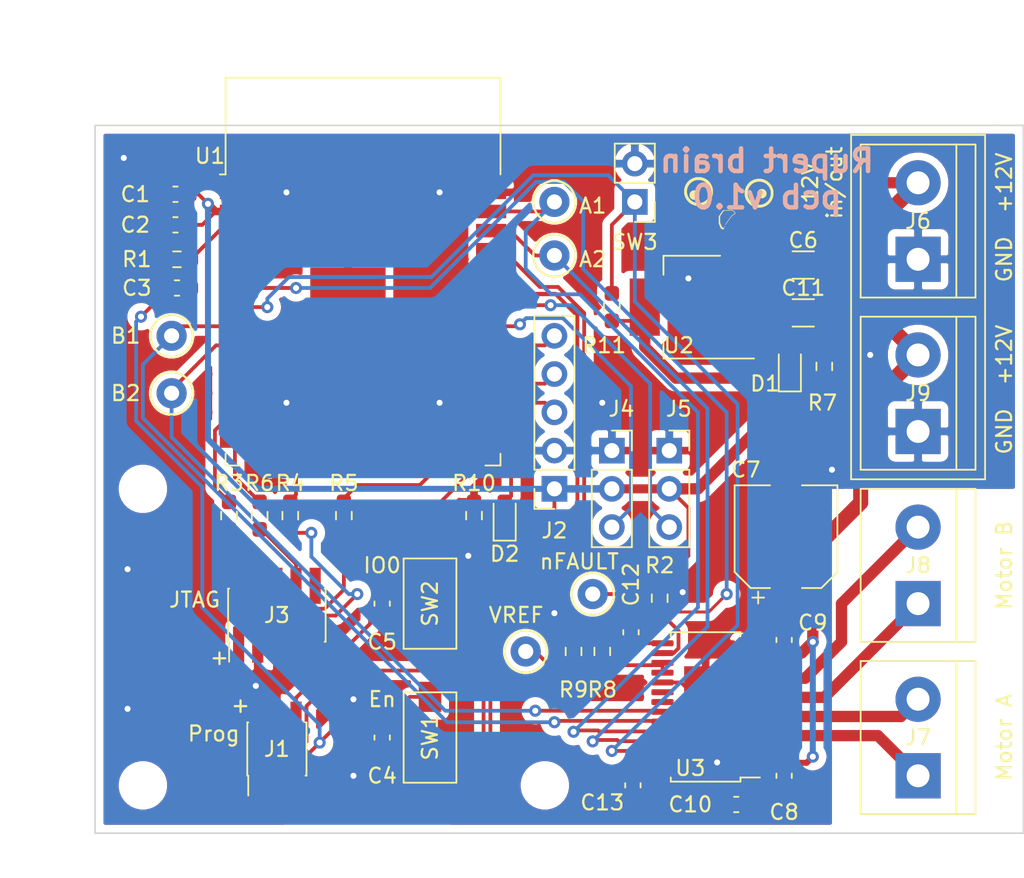
<source format=kicad_pcb>
(kicad_pcb (version 20240108) (generator "pcbnew") (generator_version "8.0")
  (layers (0 "F.Cu" signal) (31 "B.Cu" signal) (34 "B.Paste" user) (35 "F.Paste" user) (36 "B.SilkS" user "B.Silkscreen") (37 "F.SilkS" user "F.Silkscreen") (38 "B.Mask" user) (39 "F.Mask" user) (44 "Edge.Cuts" user))
  (net 0 "")
  (net 1 "GND")
  (net 2 "+3V3")
  (net 3 "EN")
  (net 4 "IO0")
  (net 5 "+12V")
  (net 6 "Net-(C10-Pad1)")
  (net 7 "DVDD")
  (net 8 "Net-(C13-Pad1)")
  (net 9 "Net-(C13-Pad2)")
  (net 10 "Net-(D1-Pad1)")
  (net 11 "LED")
  (net 12 "Net-(D2-Pad1)")
  (net 13 "TX0D")
  (net 14 "RX0D")
  (net 15 "TX2D")
  (net 16 "RX2D")
  (net 17 "HC12_SET")
  (net 18 "Net-(J3-Pad8)")
  (net 19 "Net-(J3-Pad10)")
  (net 20 "PWM1")
  (net 21 "PWM2")
  (net 22 "Net-(J7-Pad1)")
  (net 23 "Net-(J7-Pad2)")
  (net 24 "Net-(J8-Pad2)")
  (net 25 "Net-(J8-Pad1)")
  (net 26 "nFAULT")
  (net 27 "MTMS")
  (net 28 "MTCK")
  (net 29 "MTDO")
  (net 30 "MTDI")
  (net 31 "Net-(R8-Pad2)")
  (net 32 "MOTOR_A_IN1")
  (net 33 "MOTOR_A_IN2")
  (net 34 "MOTOR_B_IN1")
  (net 35 "MOTOR_B_IN2")
  (net 36 "nSLEEP")
  (net 37 "Net-(J3-Pad6)")
  (net 38 "Net-(J3-Pad4)")
  (net 39 "Net-(J3-Pad2)")
  (footprint "Capacitor_SMD:C_0603_1608Metric_Pad1.08x0.95mm_HandSolder" (layer "F.Cu") (at 85.344 57.912 180)
    (property "Reference" "C1")
    (property "Value" "22u")
  )
  (footprint "Capacitor_SMD:C_0603_1608Metric_Pad1.08x0.95mm_HandSolder" (layer "F.Cu") (at 85.344 59.944 180)
    (property "Reference" "C2")
    (property "Value" "0.1u")
  )
  (footprint "Capacitor_SMD:C_0603_1608Metric_Pad1.08x0.95mm_HandSolder" (layer "F.Cu") (at 85.4475 64.135 180)
    (property "Reference" "C3")
    (property "Value" "1u")
  )
  (footprint "Capacitor_SMD:C_0603_1608Metric_Pad1.08x0.95mm_HandSolder" (layer "F.Cu") (at 99.06 85.09 -90)
    (property "Reference" "C5")
    (property "Value" "0.1u")
  )
  (footprint "Capacitor_SMD:C_1206_3216Metric_Pad1.33x1.80mm_HandSolder" (layer "F.Cu") (at 127 62.611)
    (property "Reference" "C6")
    (property "Value" "10u")
  )
  (footprint "Capacitor_SMD:C_0603_1608Metric_Pad1.08x0.95mm_HandSolder" (layer "F.Cu") (at 122.555 98.425)
    (property "Reference" "C10")
    (property "Value" "220n")
  )
  (footprint "Capacitor_SMD:C_1206_3216Metric_Pad1.33x1.80mm_HandSolder" (layer "F.Cu") (at 127 65.786)
    (property "Reference" "C11")
    (property "Value" "10u")
  )
  (footprint "Capacitor_SMD:C_0603_1608Metric_Pad1.08x0.95mm_HandSolder" (layer "F.Cu") (at 115.697 97.155 -90)
    (property "Reference" "C13")
    (property "Value" "22n")
  )
  (footprint "Connector_PinSocket_2.54mm:PinSocket_1x05_P2.54mm_Vertical" (layer "F.Cu") (at 110.49 77.47 180)
    (property "Reference" "J2")
    (property "Value" "Conn_01x05_Female")
  )
  (footprint "Connector_PinSocket_2.54mm:PinSocket_1x03_P2.54mm_Vertical" (layer "F.Cu") (at 114.3 74.93)
    (property "Reference" "J4")
    (property "Value" "Conn_01x03_Male")
  )
  (footprint "TerminalBlock:TerminalBlock_bornier-2_P5.08mm" (layer "F.Cu") (at 134.62 62.23 90)
    (property "Reference" "J6")
    (property "Value" "Screw_Terminal_01x02")
  )
  (footprint "TerminalBlock:TerminalBlock_bornier-2_P5.08mm" (layer "F.Cu") (at 134.62 96.52 90)
    (property "Reference" "J7")
    (property "Value" "Screw_Terminal_01x02")
  )
  (footprint "TerminalBlock:TerminalBlock_bornier-2_P5.08mm" (layer "F.Cu") (at 134.62 85.09 90)
    (property "Reference" "J8")
    (property "Value" "Screw_Terminal_01x02")
  )
  (footprint "Resistor_SMD:R_0603_1608Metric_Pad0.98x0.95mm_HandSolder" (layer "F.Cu") (at 85.4475 62.23 180)
    (property "Reference" "R1")
    (property "Value" "10k")
  )
  (footprint "Resistor_SMD:R_0603_1608Metric_Pad0.98x0.95mm_HandSolder" (layer "F.Cu") (at 92.964 79.248 90)
    (property "Reference" "R4")
    (property "Value" "100")
  )
  (footprint "Resistor_SMD:R_0603_1608Metric_Pad0.98x0.95mm_HandSolder" (layer "F.Cu") (at 96.52 79.248 90)
    (property "Reference" "R5")
    (property "Value" "100")
  )
  (footprint "Resistor_SMD:R_0603_1608Metric_Pad0.98x0.95mm_HandSolder" (layer "F.Cu") (at 128.397 69.342 90)
    (property "Reference" "R7")
    (property "Value" "68")
  )
  (footprint "TestPoint:TestPoint_Keystone_5000-5004_Miniature" (layer "F.Cu") (at 110.49 58.42)
    (property "Reference" "TP2" (hide yes))
    (property "Value" "TestPoint")
  )
  (footprint "TestPoint:TestPoint_Keystone_5000-5004_Miniature" (layer "F.Cu") (at 85.09 71.12)
    (property "Reference" "TP4" (hide yes))
    (property "Value" "TestPoint")
  )
  (footprint "Package_TO_SOT_SMD:SOT-223" (layer "F.Cu") (at 119.634 65.405 180)
    (property "Reference" "U2")
    (property "Value" "LM1117-3.3")
  )
  (footprint "Package_SO:HTSSOP-28-1EP_4.4x9.7mm_P0.65mm_EP2.85x5.4mm" (layer "F.Cu") (at 120.523 91.948 180)
    (property "Reference" "U3")
    (property "Value" "DRV8935")
  )
  (footprint "TerminalBlock:TerminalBlock_bornier-2_P5.08mm" (layer "F.Cu") (at 134.62 73.66 90)
    (property "Reference" "J9")
    (property "Value" "Screw_Terminal_01x02")
  )
  (footprint "TestPoint:TestPoint_Keystone_5000-5004_Miniature" (layer "F.Cu") (at 110.49 61.976)
    (property "Reference" "TP1" (hide yes))
    (property "Value" "TestPoint")
  )
  (footprint "robot-pcb_custom:wurth_tactile_sw" (layer "F.Cu") (at 102.235 85.09 -90)
    (property "Reference" "SW2")
    (property "Value" "SW_Push")
  )
  (footprint "robot-pcb_custom:wurth_tactile_sw" (layer "F.Cu") (at 102.235 93.98 90)
    (property "Reference" "SW1")
    (property "Value" "SW_Push")
  )
  (footprint "LED_SMD:LED_0603_1608Metric_Pad1.05x0.95mm_HandSolder" (layer "F.Cu") (at 126.111 69.342 90)
    (property "Reference" "D1")
    (property "Value" "LED")
  )
  (footprint "TestPoint:TestPoint_Keystone_5000-5004_Miniature" (layer "F.Cu") (at 85.09 67.31)
    (property "Reference" "TP3" (hide yes))
    (property "Value" "TestPoint")
  )
  (footprint "Resistor_SMD:R_0603_1608Metric_Pad0.98x0.95mm_HandSolder" (layer "F.Cu") (at 111.76 88.265 90)
    (property "Reference" "R9")
    (property "Value" "15k")
  )
  (footprint "Resistor_SMD:R_0603_1608Metric_Pad0.98x0.95mm_HandSolder" (layer "F.Cu") (at 113.665 88.265 -90)
    (property "Reference" "R8")
    (property "Value" "10k")
  )
  (footprint "Resistor_SMD:R_0603_1608Metric_Pad0.98x0.95mm_HandSolder" (layer "F.Cu") (at 90.932 79.248 90)
    (property "Reference" "R6")
    (property "Value" "100")
  )
  (footprint "Resistor_SMD:R_0603_1608Metric_Pad0.98x0.95mm_HandSolder" (layer "F.Cu") (at 88.9 79.248 90)
    (property "Reference" "R3")
    (property "Value" "100")
  )
  (footprint "LED_SMD:LED_0603_1608Metric_Pad1.05x0.95mm_HandSolder" (layer "F.Cu") (at 107.188 79.248 90)
    (property "Reference" "D2")
    (property "Value" "LED")
  )
  (footprint "Resistor_SMD:R_0603_1608Metric_Pad0.98x0.95mm_HandSolder" (layer "F.Cu") (at 105.156 79.248 90)
    (property "Reference" "R10")
    (property "Value" "68")
  )
  (footprint "RF_Module:ESP32-WROOM-32" (layer "F.Cu") (at 97.79 66.04)
    (property "Reference" "U1")
    (property "Value" "ESP32-WROOM-32")
  )
  (footprint "Capacitor_SMD:C_0603_1608Metric_Pad1.08x0.95mm_HandSolder" (layer "F.Cu") (at 125.73 87.503 90)
    (property "Reference" "C9")
    (property "Value" "10n")
  )
  (footprint "Capacitor_SMD:CP_Elec_6.3x7.7" (layer "F.Cu") (at 125.857 80.645 90)
    (property "Reference" "C7")
    (property "Value" "100u")
  )
  (footprint "Capacitor_SMD:C_0603_1608Metric_Pad1.08x0.95mm_HandSolder" (layer "F.Cu") (at 125.73 96.52 -90)
    (property "Reference" "C8")
    (property "Value" "10n")
  )
  (footprint "Connector_PinHeader_2.54mm:PinHeader_1x02_P2.54mm_Vertical" (layer "F.Cu") (at 115.824 58.42 180)
    (property "Reference" "SW3")
    (property "Value" "SW_DPST_x2")
  )
  (footprint "Connector_PinSocket_2.54mm:PinSocket_1x03_P2.54mm_Vertical" (layer "F.Cu") (at 118.11 74.93)
    (property "Reference" "J5")
    (property "Value" "Conn_01x03_Male")
  )
  (footprint "Resistor_SMD:R_0603_1608Metric_Pad0.98x0.95mm_HandSolder" (layer "F.Cu") (at 114.3 65.405 90)
    (property "Reference" "R11")
    (property "Value" "10k")
  )
  (footprint "TestPoint:TestPoint_Keystone_5000-5004_Miniature" (layer "F.Cu") (at 108.585 88.265)
    (property "Reference" "TP6" (hide yes))
    (property "Value" "TestPoint")
  )
  (footprint "Resistor_SMD:R_0603_1608Metric_Pad0.98x0.95mm_HandSolder" (layer "F.Cu") (at 117.475 84.7325 -90)
    (property "Reference" "R2")
    (property "Value" "10k")
  )
  (footprint "Capacitor_SMD:C_0603_1608Metric_Pad1.08x0.95mm_HandSolder" (layer "F.Cu") (at 115.57 86.995 90)
    (property "Reference" "C12")
    (property "Value" "470n")
  )
  (footprint "MountingHole:MountingHole_2.2mm_M2" (layer "F.Cu") (at 109.855 97.155)
    (property "Reference" "REF**" (hide yes))
    (property "Value" "MountingHole_2.2mm_M2")
  )
  (footprint "MountingHole:MountingHole_2.2mm_M2" (layer "F.Cu") (at 83.185 97.155)
    (property "Reference" "REF**" (hide yes))
    (property "Value" "MountingHole_2.2mm_M2")
  )
  (footprint "MountingHole:MountingHole_2.2mm_M2" (layer "F.Cu") (at 83.185 77.47)
    (property "Reference" "REF**" (hide yes))
    (property "Value" "MountingHole_2.2mm_M2")
  )
  (footprint "TestPoint:TestPoint_Keystone_5000-5004_Miniature" (layer "F.Cu") (at 113.03 84.455)
    (property "Reference" "TP5" (hide yes))
    (property "Value" "TestPoint")
  )
  (footprint "Capacitor_SMD:C_0603_1608Metric_Pad1.08x0.95mm_HandSolder" (layer "F.Cu") (at 99.06 93.98 -90)
    (property "Reference" "C4")
    (property "Value" "0.1u")
  )
  (footprint "Connector_PinHeader_1.27mm:PinHeader_2x05_P1.27mm_Vertical_SMD" (layer "F.Cu") (at 92.075 85.857 90)
    (property "Reference" "J3")
    (property "Value" "Conn_02x05_Odd_Even")
  )
  (footprint "Connector_PinHeader_1.27mm:PinHeader_2x03_P1.27mm_Vertical_SMD" (layer "F.Cu") (at 92.075 94.742 90)
    (property "Reference" "J1")
    (property "Value" "Conn_02x03_Odd_Even")
  )
  (footprint "robot-pcb_custom:rupert_bitmap_art" (layer "F.Cu") (at 122.682 58.801)
    (property "Reference" "G***" (hide yes))
    (property "Value" "LOGO" (hide yes))
  )
  (gr_line (start 139.065 53.975) (end 130.175 53.975) (stroke (width 0.12)) (layer "F.SilkS"))
  (gr_line (start 130.175 76.835) (end 139.065 76.835) (stroke (width 0.12)) (layer "F.SilkS"))
  (gr_line (start 130.175 53.975) (end 130.175 76.835) (stroke (width 0.12)) (layer "F.SilkS"))
  (gr_line (start 139.065 76.835) (end 139.065 53.975) (stroke (width 0.12)) (layer "F.SilkS"))
  (gr_line (start 141.605 53.34) (end 139.7 53.34) (stroke (width 0.1)) (layer "Edge.Cuts"))
  (gr_line (start 80.01 53.34) (end 139.7 53.34) (stroke (width 0.1)) (layer "Edge.Cuts"))
  (gr_line (start 141.605 100.33) (end 141.605 53.34) (stroke (width 0.1)) (layer "Edge.Cuts"))
  (gr_line (start 139.7 100.33) (end 80.01 100.33) (stroke (width 0.1)) (layer "Edge.Cuts"))
  (gr_line (start 80.01 100.33) (end 80.01 53.34) (stroke (width 0.1)) (layer "Edge.Cuts"))
  (gr_line (start 139.7 100.33) (end 141.605 100.33) (stroke (width 0.1)) (layer "Edge.Cuts"))
  (gr_text "Rupert brain\npcb v1.0" (at 124.587 56.896 0) (layer "B.SilkS") (effects (font (size 1.5 1.5) (thickness 0.3)) (justify mirror)))
  (gr_text "VREF" (at 107.95 85.852 0) (layer "F.SilkS") (effects (font (size 1 1))))
  (gr_text "12V\nin/out" (at 128.27 57.15 90) (layer "F.SilkS") (effects (font (size 1 1))))
  (gr_text "+" (at 89.662 91.821 0) (layer "F.SilkS") (effects (font (size 1 1))))
  (gr_text "B1" (at 82.042 67.31 0) (layer "F.SilkS") (effects (font (size 1 1))))
  (gr_text "Prog" (at 87.884 93.726 0) (layer "F.SilkS") (effects (font (size 1 1))))
  (gr_text "A1" (at 113.03 58.674 0) (layer "F.SilkS") (effects (font (size 1 1))))
  (gr_text "+" (at 88.265 88.646 0) (layer "F.SilkS") (effects (font (size 1 1))))
  (gr_text "GND" (at 140.335 73.66 90) (layer "F.SilkS") (effects (font (size 1 1))))
  (gr_text "Motor B" (at 140.335 82.55 90) (layer "F.SilkS") (effects (font (size 1 1))))
  (gr_text "+12V" (at 140.335 68.58 90) (layer "F.SilkS") (effects (font (size 1 1))))
  (gr_text "GND" (at 140.335 62.23 90) (layer "F.SilkS") (effects (font (size 1 1))))
  (gr_text "IO0" (at 99.06 82.55 0) (layer "F.SilkS") (effects (font (size 1 1))))
  (gr_text "En" (at 99.06 91.44 0) (layer "F.SilkS") (effects (font (size 1 1))))
  (gr_text "JTAG" (at 86.614 84.836 0) (layer "F.SilkS") (effects (font (size 1 1))))
  (gr_text "Motor A" (at 140.335 93.98 90) (layer "F.SilkS") (effects (font (size 1 1))))
  (gr_text "B2" (at 82.042 71.12 0) (layer "F.SilkS") (effects (font (size 1 1))))
  (gr_text "nFAULT" (at 112.141 82.296 0) (layer "F.SilkS") (effects (font (size 1 1))))
  (gr_text "A2" (at 113.03 62.23 0) (layer "F.SilkS") (effects (font (size 1 1))))
  (gr_text "+12V" (at 140.335 57.15 90) (layer "F.SilkS") (effects (font (size 1 1))))
  (segment (start 118.898 90.323) (end 120.523 91.948) (width 0.25) (layer "F.Cu") (net 1))
  (segment (start 123.3855 89.023) (end 122.648 89.023) (width 0.25) (layer "F.Cu") (net 1))
  (segment (start 123.3855 94.873) (end 122.648 94.873) (width 0.25) (layer "F.Cu") (net 1))
  (segment (start 123.3855 87.723) (end 122.648 87.723) (width 0.25) (layer "F.Cu") (net 1))
  (segment (start 122.648 94.873) (end 120.523 92.748) (width 0.25) (layer "F.Cu") (net 1))
  (segment (start 117.6605 90.323) (end 117.628 90.323) (width 0.25) (layer "F.Cu") (net 1))
  (segment (start 120.523 89.848) (end 120.523 91.948) (width 0.25) (layer "F.Cu") (net 1))
  (segment (start 94.615 88.692002) (end 94.615 87.807) (width 0.25) (layer "F.Cu") (net 1))
  (segment (start 122.648 87.723) (end 120.523 89.848) (width 0.25) (layer "F.Cu") (net 1))
  (segment (start 117.6605 90.323) (end 118.898 90.323) (width 0.25) (layer "F.Cu") (net 1))
  (segment (start 120.523 92.748) (end 120.523 91.948) (width 0.25) (layer "F.Cu") (net 1))
  (segment (start 122.648 89.023) (end 120.523 91.148) (width 0.25) (layer "F.Cu") (net 1))
  (segment (start 93.345 86.921998) (end 93.345 87.807) (width 0.25) (layer "F.Cu") (net 1))
  (segment (start 120.523 91.148) (end 120.523 91.948) (width 0.25) (layer "F.Cu") (net 1))
  (via (at 102.87 57.785) (size 0.8) (drill 0.4) (layers "F.Cu" "B.Cu") (net 1))
  (via (at 113.665 71.755) (size 0.8) (drill 0.4) (layers "F.Cu" "B.Cu") (net 1))
  (via (at 82.169 92.075) (size 0.8) (drill 0.4) (layers "F.Cu" "B.Cu") (net 1))
  (via (at 110.49 85.725) (size 0.8) (drill 0.4) (layers "F.Cu" "B.Cu") (net 1))
  (via (at 102.87 71.755) (size 0.8) (drill 0.4) (layers "F.Cu" "B.Cu") (net 1))
  (via (at 131.445 68.58) (size 0.8) (drill 0.4) (layers "F.Cu" "B.Cu") (net 1))
  (via (at 82.169 82.804) (size 0.8) (drill 0.4) (layers "F.Cu" "B.Cu") (net 1))
  (via (at 119.38 63.5) (size 0.8) (drill 0.4) (layers "F.Cu" "B.Cu") (net 1))
  (via (at 92.71 71.755) (size 0.8) (drill 0.4) (layers "F.Cu" "B.Cu") (net 1))
  (via (at 90.678 90.551) (size 0.8) (drill 0.4) (layers "F.Cu" "B.Cu") (net 1))
  (via (at 97.155 91.44) (size 0.8) (drill 0.4) (layers "F.Cu" "B.Cu") (net 1))
  (via (at 118.999 84.328) (size 0.8) (drill 0.4) (layers "F.Cu" "B.Cu") (net 1))
  (via (at 121.285 95.631) (size 0.8) (drill 0.4) (layers "F.Cu" "B.Cu") (net 1))
  (via (at 97.155 96.52) (size 0.8) (drill 0.4) (layers "F.Cu" "B.Cu") (net 1))
  (via (at 92.71 57.785) (size 0.8) (drill 0.4) (layers "F.Cu" "B.Cu") (net 1))
  (via (at 128.905 76.2) (size 0.8) (drill 0.4) (layers "F.Cu" "B.Cu") (net 1))
  (via (at 81.915 55.499) (size 0.8) (drill 0.4) (layers "F.Cu" "B.Cu") (net 1))
  (via (at 104.775 81.915) (size 0.8) (drill 0.4) (layers "F.Cu" "B.Cu") (net 1))
  (segment (start 87.503 58.547) (end 86.868 57.912) (width 0.25) (layer "F.Cu") (net 2))
  (segment (start 119.38 78.74) (end 118.11 77.47) (width 0.25) (layer "F.Cu") (net 2))
  (segment (start 118.547 70.118) (end 124.46 70.118) (width 0.75) (layer "F.Cu") (net 2))
  (segment (start 117.475 83.82) (end 119.38 81.915) (width 0.25) (layer "F.Cu") (net 2))
  (segment (start 89.535 91.522) (end 89.535 87.807) (width 0.25) (layer "F.Cu") (net 2))
  (segment (start 119.38 81.915) (end 119.38 78.74) (width 0.25) (layer "F.Cu") (net 2))
  (segment (start 89.29 59.055) (end 88.011 59.055) (width 0.5) (layer "F.Cu") (net 2))
  (segment (start 93.975001 94.317001) (end 94.040001 94.252001) (width 0.25) (layer "F.Cu") (net 2))
  (segment (start 84.535 61.6155) (end 86.2065 59.944) (width 0.25) (layer "F.Cu") (net 2))
  (segment (start 124.46 70.118) (end 124.46 73.025) (width 0.75) (layer "F.Cu") (net 2))
  (segment (start 114.3 66.3175) (end 115.5715 66.3175) (width 0.25) (layer "F.Cu") (net 2))
  (segment (start 105.029 84.201) (end 105.029 88.646) (width 0.25) (layer "F.Cu") (net 2))
  (segment (start 115.5715 66.3175) (end 116.484 65.405) (width 0.25) (layer "F.Cu") (net 2))
  (segment (start 118.11 77.47) (end 120.015 77.47) (width 0.75) (layer "F.Cu") (net 2))
  (segment (start 90.805 94.242) (end 90.880001 94.317001) (width 0.25) (layer "F.Cu") (net 2))
  (segment (start 110.49 78.74) (end 105.029 84.201) (width 0.25) (layer "F.Cu") (net 2))
  (segment (start 122.784 65.405) (end 125.0565 65.405) (width 1) (layer "F.Cu") (net 2))
  (segment (start 88.011 59.055) (end 87.503 58.547) (width 0.5) (layer "F.Cu") (net 2))
  (segment (start 94.040001 91.887999) (end 96.393 89.535) (width 0.25) (layer "F.Cu") (net 2))
  (segment (start 110.49 77.47) (end 110.49 78.74) (width 0.25) (layer "F.Cu") (net 2))
  (segment (start 84.535 62.23) (end 84.535 61.6155) (width 0.25) (layer "F.Cu") (net 2))
  (segment (start 125.4375 65.786) (end 125.4375 67.7935) (width 0.75) (layer "F.Cu") (net 2))
  (segment (start 116.484 65.405) (end 116.484 68.055) (width 0.75) (layer "F.Cu") (net 2))
  (segment (start 86.2065 59.944) (end 87.122 59.944) (width 0.25) (layer "F.Cu") (net 2))
  (segment (start 94.040001 94.252001) (end 94.040001 91.887999) (width 0.25) (layer "F.Cu") (net 2))
  (segment (start 125.0565 65.405) (end 125.4375 65.786) (width 0.75) (layer "F.Cu") (net 2))
  (segment (start 114.3 77.47) (end 118.11 77.47) (width 0.6) (layer "F.Cu") (net 2))
  (segment (start 125.4375 67.7935) (end 126.111 68.467) (width 0.75) (layer "F.Cu") (net 2))
  (segment (start 90.805 92.792) (end 90.805 94.242) (width 0.25) (layer "F.Cu") (net 2))
  (segment (start 116.484 66.954) (end 116.484 65.405) (width 1) (layer "F.Cu") (net 2))
  (segment (start 105.029 88.646) (end 104.14 89.535) (width 0.25) (layer "F.Cu") (net 2))
  (segment (start 104.14 89.535) (end 96.393 89.535) (width 0.25) (layer "F.Cu") (net 2))
  (segment (start 90.880001 94.317001) (end 93.975001 94.317001) (width 0.25) (layer "F.Cu") (net 2))
  (segment (start 90.805 92.792) (end 89.535 91.522) (width 0.25) (layer "F.Cu") (net 2))
  (segment (start 124.46 70.118) (end 126.111 68.467) (width 0.75) (layer "F.Cu") (net 2))
  (segment (start 116.484 68.055) (end 118.547 70.118) (width 0.75) (layer "F.Cu") (net 2))
  (segment (start 87.122 59.944) (end 88.011 59.055) (width 0.25) (layer "F.Cu") (net 2))
  (segment (start 86.868 57.912) (end 86.2065 57.912) (width 0.25) (layer "F.Cu") (net 2))
  (segment (start 120.015 77.47) (end 124.46 73.025) (width 0.75) (layer "F.Cu") (net 2))
  (via (at 87.503 58.547) (size 0.8) (drill 0.4) (layers "F.Cu" "B.Cu") (net 2))
  (segment (start 87.503 74.168) (end 90.805 77.47) (width 0.4) (layer "B.Cu") (net 2))
  (segment (start 114.3 77.47) (end 110.49 77.47) (width 0.5) (layer "B.Cu") (net 2))
  (segment (start 96.52 77.47) (end 110.49 77.47) (width 0.4) (layer "B.Cu") (net 2))
  (segment (start 87.503 58.547) (end 87.503 74.168) (width 0.4) (layer "B.Cu") (net 2))
  (segment (start 90.805 77.47) (end 96.52 77.47) (width 0.4) (layer "B.Cu") (net 2))
  (segment (start 83.058 66.04) (end 84.16299 64.93501) (width 0.25) (layer "F.Cu") (net 3))
  (segment (start 100.8975 91.28) (end 99.06 93.1175) (width 0.25) (layer "F.Cu") (net 3))
  (segment (start 85.50999 64.93501) (end 86.31 64.135) (width 0.25) (layer "F.Cu") (net 3))
  (segment (start 91.444999 95.166999) (end 90.805 95.806998) (width 0.25) (layer "F.Cu") (net 3))
  (segment (start 86.36 62.23) (end 88.265 60.325) (width 0.25) (layer "F.Cu") (net 3))
  (segment (start 102.235 91.28) (end 100.8975 91.28) (width 0.25) (layer "F.Cu") (net 3))
  (segment (start 90.805 95.806998) (end 90.805 96.692) (width 0.25) (layer "F.Cu") (net 3))
  (segment (start 96.1125 93.1175) (end 94.912999 94.317001) (width 0.25) (layer "F.Cu") (net 3))
  (segment (start 86.36 64.085) (end 86.31 64.135) (width 0.25) (layer "F.Cu") (net 3))
  (segment (start 86.389 61.976) (end 86.2065 61.976) (width 0.25) (layer "F.Cu") (net 3))
  (segment (start 84.16299 64.93501) (end 85.50999 64.93501) (width 0.25) (layer "F.Cu") (net 3))
  (segment (start 94.063001 95.166999) (end 91.444999 95.166999) (width 0.25) (layer "F.Cu") (net 3))
  (segment (start 86.36 62.23) (end 86.36 64.085) (width 0.25) (layer "F.Cu") (net 3))
  (segment (start 99.06 93.1175) (end 96.1125 93.1175) (width 0.25) (layer "F.Cu") (net 3))
  (segment (start 94.912999 94.317001) (end 94.063001 95.166999) (width 0.25) (layer "F.Cu") (net 3))
  (segment (start 88.265 60.325) (end 89.29 60.325) (width 0.25) (layer "F.Cu") (net 3))
  (via (at 83.058 66.04) (size 0.8) (drill 0.4) (layers "F.Cu" "B.Cu") (net 3))
  (via (at 94.912999 94.317001) (size 0.8) (drill 0.4) (layers "F.Cu" "B.Cu") (net 3))
  (segment (start 94.912999 93.134999) (end 94.912999 94.317001) (width 0.25) (layer "B.Cu") (net 3))
  (segment (start 87.122 77.34723) (end 87.122 85.344) (width 0.25) (layer "B.Cu") (net 3))
  (segment (start 82.734988 72.960218) (end 87.122 77.34723) (width 0.25) (layer "B.Cu") (net 3))
  (segment (start 82.734988 66.363013) (end 82.734988 72.960218) (width 0.25) (layer "B.Cu") (net 3))
  (segment (start 83.058 66.04) (end 82.734988 66.363013) (width 0.25) (layer "B.Cu") (net 3))
  (segment (start 87.122 85.344) (end 94.912999 93.134999) (width 0.25) (layer "B.Cu") (net 3))
  (segment (start 102.235 82.39) (end 102.235 79.05) (width 0.25) (layer "F.Cu") (net 4))
  (segment (start 102.235 79.05) (end 106.29 74.995) (width 0.25) (layer "F.Cu") (net 4))
  (segment (start 93.345 91.342) (end 98.25999 86.42701) (width 0.25) (layer "F.Cu") (net 4))
  (segment (start 100.8975 82.39) (end 99.06 84.2275) (width 0.25) (layer "F.Cu") (net 4))
  (segment (start 106.29 74.995) (end 106.29 74.295) (width 0.25) (layer "F.Cu") (net 4))
  (segment (start 93.345 92.792) (end 93.345 91.342) (width 0.25) (layer "F.Cu") (net 4))
  (segment (start 102.235 82.39) (end 100.8975 82.39) (width 0.25) (layer "F.Cu") (net 4))
  (segment (start 98.25999 85.02751) (end 99.06 84.2275) (width 0.25) (layer "F.Cu") (net 4))
  (segment (start 98.25999 86.42701) (end 98.25999 85.02751) (width 0.25) (layer "F.Cu") (net 4))
  (segment (start 127.635 87.63) (end 127.635 85.123) (width 0.75) (layer "F.Cu") (net 5))
  (segment (start 129.54 57.15) (end 134.62 57.15) (width 0.75) (layer "F.Cu") (net 5))
  (segment (start 134.62 68.58) (end 131.445 65.405) (width 1) (layer "F.Cu") (net 5))
  (segment (start 125.7225 88.373) (end 125.73 88.3655) (width 0.25) (layer "F.Cu") (net 5))
  (segment (start 124.123 95.523) (end 124.44801 95.84801) (width 0.25) (layer "F.Cu") (net 5))
  (segment (start 125.5955 95.523) (end 123.3855 95.523) (width 0.4) (layer "F.Cu") (net 5))
  (segment (start 124.44801 95.84801) (end 124.44801 97.39449) (width 0.25) (layer "F.Cu") (net 5))
  (segment (start 124.44801 95.84801) (end 124.44801 96.22751) (width 0.25) (layer "F.Cu") (net 5))
  (segment (start 124.44801 97.39449) (end 123.4175 98.425) (width 0.25) (layer "F.Cu") (net 5))
  (segment (start 127.2275 95.6575) (end 127.635 95.25) (width 0.4) (layer "F.Cu") (net 5))
  (segment (start 127.635 87.63) (end 127.635 87.63) (width 0.75) (layer "F.Cu") (net 5))
  (segment (start 125.73 88.3655) (end 126.8995 88.3655) (width 0.75) (layer "F.Cu") (net 5))
  (segment (start 122.784 63.105) (end 124.9435 63.105) (width 1) (layer "F.Cu") (net 5))
  (segment (start 125.73 95.6575) (end 127.2275 95.6575) (width 0.4) (layer "F.Cu") (net 5))
  (segment (start 131.445 65.405) (end 131.445 60.325) (width 1) (layer "F.Cu") (net 5))
  (segment (start 130.81 72.39) (end 130.81 78.392) (width 1) (layer "F.Cu") (net 5))
  (segment (start 134.62 68.58) (end 130.81 72.39) (width 1) (layer "F.Cu") (net 5))
  (segment (start 126.8995 88.3655) (end 127.635 87.63) (width 0.75) (layer "F.Cu") (net 5))
  (segment (start 124.9435 63.105) (end 125.4375 62.611) (width 0.75) (layer "F.Cu") (net 5))
  (segment (start 133.985 57.785) (end 134.62 57.15) (width 1) (layer "F.Cu") (net 5))
  (segment (start 127.635 85.123) (end 125.857 83.345) (width 0.75) (layer "F.Cu") (net 5))
  (segment (start 125.4375 61.2525) (end 129.54 57.15) (width 0.75) (layer "F.Cu") (net 5))
  (segment (start 123.3855 95.523) (end 124.123 95.523) (width 0.25) (layer "F.Cu") (net 5))
  (segment (start 125.73 95.6575) (end 125.5955 95.523) (width 0.25) (layer "F.Cu") (net 5))
  (segment (start 130.81 78.392) (end 125.857 83.345) (width 1) (layer "F.Cu") (net 5))
  (segment (start 131.445 60.325) (end 134.62 57.15) (width 1) (layer "F.Cu") (net 5))
  (segment (start 125.4375 62.611) (end 125.4375 61.2525) (width 0.75) (layer "F.Cu") (net 5))
  (segment (start 123.3855 88.373) (end 125.7225 88.373) (width 0.4) (layer "F.Cu") (net 5))
  (via (at 127.635 95.25) (size 0.8) (drill 0.4) (layers "F.Cu" "B.Cu") (net 5))
  (via (at 127.635 87.63) (size 0.8) (drill 0.4) (layers "F.Cu" "B.Cu") (net 5))
  (segment (start 127.635 95.25) (end 127.635 87.63) (width 0.4) (layer "B.Cu") (net 5))
  (segment (start 121.6925 98.425) (end 121.6925 97.866) (width 0.25) (layer "F.Cu") (net 6))
  (segment (start 121.6925 97.866) (end 123.3855 96.173) (width 0.25) (layer "F.Cu") (net 6))
  (segment (start 115.7045 87.723) (end 115.57 87.8575) (width 0.25) (layer "F.Cu") (net 7))
  (segment (start 113.665 87.3525) (end 115.065 87.3525) (width 0.25) (layer "F.Cu") (net 7))
  (segment (start 113.795 87.2225) (end 113.665 87.3525) (width 0.25) (layer "F.Cu") (net 7))
  (segment (start 117.6605 87.723) (end 115.7045 87.723) (width 0.25) (layer "F.Cu") (net 7))
  (segment (start 115.065 87.3525) (end 115.57 87.8575) (width 0.25) (layer "F.Cu") (net 7))
  (segment (start 117.6605 95.523) (end 116.4665 95.523) (width 0.4) (layer "F.Cu") (net 8))
  (segment (start 116.4665 95.523) (end 115.697 96.2925) (width 0.4) (layer "F.Cu") (net 8))
  (segment (start 117.6605 96.173) (end 115.816 98.0175) (width 0.4) (layer "F.Cu") (net 9))
  (segment (start 115.816 98.0175) (end 115.697 98.0175) (width 0.4) (layer "F.Cu") (net 9))
  (segment (start 126.111 70.217) (end 128.3595 70.217) (width 0.25) (layer "F.Cu") (net 10))
  (segment (start 128.3595 70.217) (end 128.397 70.2545) (width 0.25) (layer "F.Cu") (net 10))
  (segment (start 107.055002 73.025) (end 107.615001 73.584999) (width 0.25) (layer "F.Cu") (net 11))
  (segment (start 106.29 73.025) (end 107.055002 73.025) (width 0.25) (layer "F.Cu") (net 11))
  (segment (start 107.615001 73.584999) (end 107.615001 77.945999) (width 0.25) (layer "F.Cu") (net 11))
  (segment (start 107.615001 77.945999) (end 107.188 78.373) (width 0.25) (layer "F.Cu") (net 11))
  (segment (start 107.188 80.123) (end 105.1935 80.123) (width 0.25) (layer "F.Cu") (net 12))
  (segment (start 105.1935 80.123) (end 105.156 80.1605) (width 0.25) (layer "F.Cu") (net 12))
  (segment (start 106.24101 84.8954) (end 112.46401 78.6724) (width 0.25) (layer "F.Cu") (net 13))
  (segment (start 103.157888 99.06) (end 106.24101 95.976878) (width 0.25) (layer "F.Cu") (net 13))
  (segment (start 106.24101 95.976878) (end 106.24101 84.8954) (width 0.25) (layer "F.Cu") (net 13))
  (segment (start 92.075 98.142) (end 92.993 99.06) (width 0.25) (layer "F.Cu") (net 13))
  (segment (start 112.46401 78.6724) (end 112.464009 65.796597) (width 0.25) (layer "F.Cu") (net 13))
  (segment (start 109.525992 64.06599) (end 107.055002 61.595) (width 0.25) (layer "F.Cu") (net 13))
  (segment (start 92.993 99.06) (end 103.157888 99.06) (width 0.25) (layer "F.Cu") (net 13))
  (segment (start 107.055002 61.595) (end 106.29 61.595) (width 0.25) (layer "F.Cu") (net 13))
  (segment (start 110.733402 64.06599) (end 109.525992 64.06599) (width 0.25) (layer "F.Cu") (net 13))
  (segment (start 112.464009 65.796597) (end 110.733402 64.06599) (width 0.25) (layer "F.Cu") (net 13))
  (segment (start 92.075 96.692) (end 92.075 98.142) (width 0.25) (layer "F.Cu") (net 13))
  (segment (start 105.791 95.790478) (end 103.029478 98.552) (width 0.25) (layer "F.Cu") (net 14))
  (segment (start 107.055002 62.865) (end 108.743001 64.552999) (width 0.25) (layer "F.Cu") (net 14))
  (segment (start 111.665001 65.633999) (end 110.547002 64.516) (width 0.25) (layer "F.Cu") (net 14))
  (segment (start 108.706002 64.516) (end 107.055002 62.865) (width 0.25) (layer "F.Cu") (net 14))
  (segment (start 100.711 98.552) (end 100.457 98.552) (width 0.25) (layer "F.Cu") (net 14))
  (segment (start 110.547002 64.516) (end 108.706002 64.516) (width 0.25) (layer "F.Cu") (net 14))
  (segment (start 93.345 96.692) (end 95.205 98.552) (width 0.25) (layer "F.Cu") (net 14))
  (segment (start 108.743001 64.552999) (end 110.584001 64.552999) (width 0.25) (layer "F.Cu") (net 14))
  (segment (start 105.791 84.709) (end 105.791 95.790478) (width 0.25) (layer "F.Cu") (net 14))
  (segment (start 103.029478 98.552) (end 100.711 98.552) (width 0.25) (layer "F.Cu") (net 14))
  (segment (start 112.014 78.486) (end 105.791 84.709) (width 0.25) (layer "F.Cu") (net 14))
  (segment (start 95.205 98.552) (end 100.711 98.552) (width 0.25) (layer "F.Cu") (net 14))
  (segment (start 107.061 62.865) (end 108.712 64.516) (width 0.25) (layer "F.Cu") (net 14))
  (segment (start 110.584001 64.552999) (end 112.014 65.982998) (width 0.25) (layer "F.Cu") (net 14))
  (segment (start 112.014 65.982998) (end 112.014 78.486) (width 0.25) (layer "F.Cu") (net 14))
  (segment (start 107.055002 62.865) (end 106.29 62.865) (width 0.25) (layer "F.Cu") (net 14))
  (segment (start 106.29 62.865) (end 107.061 62.865) (width 0.25) (layer "F.Cu") (net 14))
  (segment (start 106.29 71.755) (end 109.855 71.755) (width 0.25) (layer "F.Cu") (net 15))
  (segment (start 109.855 71.755) (end 110.49 72.39) (width 0.25) (layer "F.Cu") (net 15))
  (segment (start 109.855 70.485) (end 110.49 69.85) (width 0.25) (layer "F.Cu") (net 16))
  (segment (start 106.29 70.485) (end 109.855 70.485) (width 0.25) (layer "F.Cu") (net 16))
  (segment (start 109.855 67.945) (end 110.49 67.31) (width 0.25) (layer "F.Cu") (net 17))
  (segment (start 106.29 67.945) (end 109.855 67.945) (width 0.25) (layer "F.Cu") (net 17))
  (segment (start 91.0485 80.1605) (end 90.932 80.1605) (width 0.25) (layer "F.Cu") (net 18))
  (segment (start 93.345 82.457) (end 91.0485 80.1605) (width 0.25) (layer "F.Cu") (net 18))
  (segment (start 93.345 83.907) (end 93.345 82.457) (width 0.25) (layer "F.Cu") (net 18))
  (segment (start 108.077 66.675) (end 108.204 66.548) (width 0.25) (layer "F.Cu") (net 20))
  (segment (start 106.29 66.675) (end 108.077 66.675) (width 0.25) (layer "F.Cu") (net 20))
  (via (at 108.204 66.548) (size 0.8) (drill 0.4) (layers "F.Cu" "B.Cu") (net 20))
  (segment (start 115.57 70.650998) (end 115.57 78.74) (width 0.25) (layer "B.Cu") (net 20))
  (segment (start 115.57 78.74) (end 114.3 80.01) (width 0.25) (layer "B.Cu") (net 20))
  (segment (start 108.617001 66.134999) (end 111.054001 66.134999) (width 0.25) (layer "B.Cu") (net 20))
  (segment (start 108.204 66.548) (end 108.617001 66.134999) (width 0.25) (layer "B.Cu") (net 20))
  (segment (start 111.054001 66.134999) (end 115.57 70.650998) (width 0.25) (layer "B.Cu") (net 20))
  (segment (start 108.198002 65.278) (end 107.055002 64.135) (width 0.25) (layer "F.Cu") (net 21))
  (segment (start 110.236 65.278) (end 108.198002 65.278) (width 0.25) (layer "F.Cu") (net 21))
  (segment (start 107.055002 64.135) (end 106.29 64.135) (width 0.25) (layer "F.Cu") (net 21))
  (via (at 110.236 65.278) (size 0.8) (drill 0.4) (layers "F.Cu" "B.Cu") (net 21))
  (segment (start 118.11 80.01) (end 116.84 78.74) (width 0.25) (layer "B.Cu") (net 21))
  (segment (start 116.84 78.74) (end 116.84 70.485) (width 0.25) (layer "B.Cu") (net 21))
  (segment (start 111.633 65.278) (end 110.236 65.278) (width 0.25) (layer "B.Cu") (net 21))
  (segment (start 116.84 70.485) (end 111.633 65.278) (width 0.25) (layer "B.Cu") (net 21))
  (segment (start 123.3855 93.573) (end 123.6655 93.853) (width 0.25) (layer "F.Cu") (net 22))
  (segment (start 123.3855 93.573) (end 123.3855 94.223) (width 0.25) (layer "F.Cu") (net 22))
  (segment (start 131.953 93.853) (end 123.698 93.853) (width 0.75) (layer "F.Cu") (net 22))
  (segment (start 134.62 96.52) (end 131.953 93.853) (width 0.75) (layer "F.Cu") (net 22))
  (segment (start 123.6655 93.853) (end 123.698 93.853) (width 0.25) (layer "F.Cu") (net 22))
  (segment (start 133.477 92.583) (end 123.825 92.583) (width 0.75) (layer "F.Cu") (net 23))
  (segment (start 134.62 91.44) (end 133.477 92.583) (width 0.75) (layer "F.Cu") (net 23))
  (segment (start 123.3855 92.273) (end 123.3855 92.923) (width 0.25) (layer "F.Cu") (net 23))
  (segment (start 134.62 91.44) (end 134.366 91.44) (width 0.75) (layer "F.Cu") (net 23))
  (segment (start 134.62 91.44) (end 133.858 92.202) (width 0.75) (layer "F.Cu") (net 23))
  (segment (start 133.858 92.202) (end 133.477 92.583) (width 0.75) (layer "F.Cu") (net 23))
  (segment (start 123.3855 92.273) (end 123.6955 92.583) (width 0.25) (layer "F.Cu") (net 23))
  (segment (start 123.6955 92.583) (end 123.825 92.583) (width 0.25) (layer "F.Cu") (net 23))
  (segment (start 123.698 89.9855) (end 123.698 90.043) (width 0.25) (layer "F.Cu") (net 24))
  (segment (start 129.54 87.63) (end 129.54 85.09) (width 0.75) (layer "F.Cu") (net 24))
  (segment (start 127.127 90.043) (end 129.54 87.63) (width 0.75) (layer "F.Cu") (net 24))
  (segment (start 123.3855 90.323) (end 123.3855 89.673) (width 0.25) (layer "F.Cu") (net 24))
  (segment (start 123.3855 89.673) (end 123.698 89.9855) (width 0.25) (layer "F.Cu") (net 24))
  (segment (start 134.62 80.01) (end 134.62 80.264) (width 0.75) (layer "F.Cu") (net 24))
  (segment (start 123.698 90.043) (end 127.127 90.043) (width 0.75) (layer "F.Cu") (net 24))
  (segment (start 129.54 85.09) (end 134.62 80.01) (width 0.75) (layer "F.Cu") (net 24))
  (segment (start 123.3855 91.623) (end 123.3855 90.973) (width 0.25) (layer "F.Cu") (net 25))
  (segment (start 123.6955 91.313) (end 123.698 91.313) (width 0.25) (layer "F.Cu") (net 25))
  (segment (start 134.62 85.09) (end 128.397 91.313) (width 0.75) (layer "F.Cu") (net 25))
  (segment (start 128.397 91.313) (end 123.698 91.313) (width 0.75) (layer "F.Cu") (net 25))
  (segment (start 123.3855 91.623) (end 123.6955 91.313) (width 0.25) (layer "F.Cu") (net 25))
  (segment (start 113.03 84.455) (end 116.285 84.455) (width 0.25) (layer "F.Cu") (net 26))
  (segment (start 118.72301 88.04799) (end 118.398 88.373) (width 0.25) (layer "F.Cu") (net 26))
  (segment (start 118.398 88.373) (end 117.6605 88.373) (width 0.25) (layer "F.Cu") (net 26))
  (segment (start 120.73 85.645) (end 121.92 84.455) (width 0.2) (layer "F.Cu") (net 26))
  (segment (start 117.475 85.645) (end 118.72301 86.89301) (width 0.25) (layer "F.Cu") (net 26))
  (segment (start 93.345 64.135) (end 89.29 64.135) (width 0.25) (layer "F.Cu") (net 26))
  (segment (start 116.285 84.455) (end 117.475 85.645) (width 0.25) (layer "F.Cu") (net 26))
  (segment (start 118.72301 86.89301) (end 118.72301 88.04799) (width 0.25) (layer "F.Cu") (net 26))
  (segment (start 91.44 64.135) (end 89.29 64.135) (width 0.2) (layer "F.Cu") (net 26))
  (segment (start 117.475 85.645) (end 120.73 85.645) (width 0.2) (layer "F.Cu") (net 26))
  (segment (start 89.29 64.135) (end 92.71 64.135) (width 0.25) (layer "F.Cu") (net 26))
  (via (at 121.92 84.455) (size 0.8) (drill 0.4) (layers "F.Cu" "B.Cu") (net 26))
  (via (at 93.345 64.135) (size 0.8) (drill 0.4) (layers "F.Cu" "B.Cu") (net 26))
  (segment (start 93.345 64.135) (end 102.235 64.135) (width 0.25) (layer "B.Cu") (net 26))
  (segment (start 111.126001 57.094999) (end 112.395 58.363998) (width 0.25) (layer "B.Cu") (net 26))
  (segment (start 102.235 64.135) (end 109.275001 57.094999) (width 0.25) (layer "B.Cu") (net 26))
  (segment (start 112.395 62.865) (end 112.395 58.42) (width 0.25) (layer "B.Cu") (net 26))
  (segment (start 121.92 72.39) (end 112.395 62.865) (width 0.25) (layer "B.Cu") (net 26))
  (segment (start 109.275001 57.094999) (end 111.126001 57.094999) (width 0.25) (layer "B.Cu") (net 26))
  (segment (start 121.92 84.455) (end 121.92 72.39) (width 0.25) (layer "B.Cu") (net 26))
  (segment (start 87.964999 77.400499) (end 88.9 78.3355) (width 0.25) (layer "F.Cu") (net 27))
  (segment (start 89.29 73.025) (end 88.524998 73.025) (width 0.25) (layer "F.Cu") (net 27))
  (segment (start 88.524998 73.025) (end 87.964999 73.584999) (width 0.25) (layer "F.Cu") (net 27))
  (segment (start 87.964999 73.584999) (end 87.964999 77.400499) (width 0.25) (layer "F.Cu") (net 27))
  (segment (start 93.345 77.851) (end 93.345 75.295) (width 0.25) (layer "F.Cu") (net 28))
  (segment (start 92.964 78.232) (end 93.345 77.851) (width 0.25) (layer "F.Cu") (net 28))
  (segment (start 92.964 78.3355) (end 92.964 78.232) (width 0.25) (layer "F.Cu") (net 28))
  (segment (start 97.409 77.216) (end 101.564 77.216) (width 0.25) (layer "F.Cu") (net 29))
  (segment (start 101.564 77.216) (end 102.235 76.545) (width 0.25) (layer "F.Cu") (net 29))
  (segment (start 102.235 76.545) (end 102.235 75.295) (width 0.25) (layer "F.Cu") (net 29))
  (segment (start 96.52 78.3355) (end 96.52 78.105) (width 0.25) (layer "F.Cu") (net 29))
  (segment (start 102.235 76.060002) (end 102.235 75.295) (width 0.25) (layer "F.Cu") (net 29))
  (segment (start 96.52 78.105) (end 97.409 77.216) (width 0.25) (layer "F.Cu") (net 29))
  (segment (start 89.29 74.295) (end 89.29 76.6935) (width 0.25) (layer "F.Cu") (net 30))
  (segment (start 89.29 76.6935) (end 90.932 78.3355) (width 0.25) (layer "F.Cu") (net 30))
  (segment (start 117.506 89.1775) (end 117.6605 89.023) (width 0.25) (layer "F.Cu") (net 31))
  (segment (start 110.1325 89.1775) (end 109.22 88.265) (width 0.25) (layer "F.Cu") (net 31))
  (segment (start 113.665 89.1775) (end 117.506 89.1775) (width 0.25) (layer "F.Cu") (net 31))
  (segment (start 111.76 89.1775) (end 110.1325 89.1775) (width 0.25) (layer "F.Cu") (net 31))
  (segment (start 111.76 89.1775) (end 113.665 89.1775) (width 0.25) (layer "F.Cu") (net 31))
  (segment (start 117.6605 89.673) (end 117.6605 89.023) (width 0.25) (layer "F.Cu") (net 31))
  (segment (start 114.648001 94.143999) (end 113.120001 94.143999) (width 0.25) (layer "F.Cu") (net 32))
  (segment (start 106.29 60.325) (end 107.54 60.325) (width 0.25) (layer "F.Cu") (net 32))
  (segment (start 109.191 61.976) (end 110.49 61.976) (width 0.25) (layer "F.Cu") (net 32))
  (segment (start 117.6605 94.223) (end 114.727002 94.223) (width 0.25) (layer "F.Cu") (net 32))
  (segment (start 107.54 60.325) (end 109.191 61.976) (width 0.25) (layer "F.Cu") (net 32))
  (segment (start 114.727002 94.223) (end 114.648001 94.143999) (width 0.25) (layer "F.Cu") (net 32))
  (segment (start 117.613 94.223) (end 117.602 94.234) (width 0.25) (layer "F.Cu") (net 32))
  (segment (start 113.120001 94.143999) (end 113.03 94.234) (width 0.25) (layer "F.Cu") (net 32))
  (segment (start 117.6605 94.223) (end 117.613 94.223) (width 0.25) (layer "F.Cu") (net 32))
  (via (at 113.03 94.234) (size 0.8) (drill 0.4) (layers "F.Cu" "B.Cu") (net 32))
  (segment (start 120.65 86.614) (end 120.65 72.136) (width 0.25) (layer "B.Cu") (net 32))
  (segment (start 120.65 72.136) (end 120.142 71.628) (width 0.25) (layer "B.Cu") (net 32))
  (segment (start 113.03 94.234) (end 120.65 86.614) (width 0.25) (layer "B.Cu") (net 32))
  (segment (start 120.142 71.628) (end 110.49 61.976) (width 0.25) (layer "B.Cu") (net 32))
  (segment (start 120.465009 71.951009) (end 120.142 71.628) (width 0.25) (layer "B.Cu") (net 32))
  (segment (start 113.442002 93.573) (end 113.378001 93.508999) (width 0.25) (layer "F.Cu") (net 33))
  (segment (start 111.850001 93.508999) (end 111.76 93.599) (width 0.25) (layer "F.Cu") (net 33))
  (segment (start 117.596499 93.508999) (end 117.6605 93.573) (width 0.25) (layer "F.Cu") (net 33))
  (segment (start 113.378001 93.508999) (end 111.850001 93.508999) (width 0.25) (layer "F.Cu") (net 33))
  (segment (start 106.29 59.055) (end 109.855 59.055) (width 0.25) (layer "F.Cu") (net 33))
  (segment (start 117.6605 93.573) (end 113.442002 93.573) (width 0.25) (layer "F.Cu") (net 33))
  (segment (start 117.621499 93.533999) (end 117.6605 93.573) (width 0.2) (layer "F.Cu") (net 33))
  (segment (start 109.855 59.055) (end 110.49 58.42) (width 0.25) (layer "F.Cu") (net 33))
  (via (at 111.76 93.599) (size 0.8) (drill 0.4) (layers "F.Cu" "B.Cu") (net 33))
  (segment (start 111.76 93.599) (end 119.38 85.979) (width 0.25) (layer "B.Cu") (net 33))
  (segment (start 120.015 85.344) (end 119.38 85.979) (width 0.25) (layer "B.Cu") (net 33))
  (segment (start 112.177999 64.552999) (end 120.015 72.39) (width 0.25) (layer "B.Cu") (net 33))
  (segment (start 110.272999 64.552999) (end 112.177999 64.552999) (width 0.25) (layer "B.Cu") (net 33))
  (segment (start 108.585 60.325) (end 108.585 62.865) (width 0.25) (layer "B.Cu") (net 33))
  (segment (start 120.015 72.39) (end 120.015 85.344) (width 0.25) (layer "B.Cu") (net 33))
  (segment (start 108.585 62.865) (end 110.272999 64.552999) (width 0.25) (layer "B.Cu") (net 33))
  (segment (start 110.49 58.42) (end 108.585 60.325) (width 0.25) (layer "B.Cu") (net 33))
  (segment (start 85.725 66.675) (end 85.09 67.31) (width 0.25) (layer "F.Cu") (net 34))
  (segment (start 117.656499 92.927001) (end 117.6605 92.923) (width 0.25) (layer "F.Cu") (net 34))
  (segment (start 110.580001 92.873999) (end 110.49 92.964) (width 0.25) (layer "F.Cu") (net 34))
  (segment (start 117.6605 92.923) (end 117.611499 92.873999) (width 0.25) (layer "F.Cu") (net 34))
  (segment (start 117.636499 92.898999) (end 117.6605 92.923) (width 0.2) (layer "F.Cu") (net 34))
  (segment (start 89.29 66.675) (end 85.725 66.675) (width 0.25) (layer "F.Cu") (net 34))
  (segment (start 117.611499 92.873999) (end 110.580001 92.873999) (width 0.25) (layer "F.Cu") (net 34))
  (via (at 110.49 92.964) (size 0.8) (drill 0.4) (layers "F.Cu" "B.Cu") (net 34))
  (segment (start 110.49 92.964) (end 103.37518 92.964) (width 0.25) (layer "B.Cu") (net 34))
  (segment (start 83.185 69.215) (end 85.09 67.31) (width 0.25) (layer "B.Cu") (net 34))
  (segment (start 83.185 72.77382) (end 83.185 69.215) (width 0.25) (layer "B.Cu") (net 34))
  (segment (start 103.37518 92.964) (end 83.185 72.77382) (width 0.25) (layer "B.Cu") (net 34))
  (segment (start 88.04 67.945) (end 85.09 70.895) (width 0.25) (layer "F.Cu") (net 35))
  (segment (start 117.5895 92.202) (end 117.6605 92.273) (width 0.2) (layer "F.Cu") (net 35))
  (segment (start 117.587 92.202) (end 109.22 92.202) (width 0.25) (layer "F.Cu") (net 35))
  (segment (start 89.29 67.945) (end 88.04 67.945) (width 0.25) (layer "F.Cu") (net 35))
  (segment (start 117.6605 92.273) (end 117.658 92.273) (width 0.25) (layer "F.Cu") (net 35))
  (segment (start 85.09 70.895) (end 85.09 71.12) (width 0.25) (layer "F.Cu") (net 35))
  (segment (start 117.658 92.273) (end 117.587 92.202) (width 0.25) (layer "F.Cu") (net 35))
  (via (at 109.22 92.202) (size 0.8) (drill 0.4) (layers "F.Cu" "B.Cu") (net 35))
  (segment (start 109.22 92.202) (end 103.24959 92.202) (width 0.25) (layer "B.Cu") (net 35))
  (segment (start 85.09 74.04241) (end 85.09 71.12) (width 0.25) (layer "B.Cu") (net 35))
  (segment (start 103.24959 92.202) (end 85.09 74.04241) (width 0.25) (layer "B.Cu") (net 35))
  (segment (start 89.29 65.405) (end 91.44 65.405) (width 0.25) (layer "F.Cu") (net 36))
  (segment (start 117.6565 94.869) (end 117.6605 94.873) (width 0.2) (layer "F.Cu") (net 36))
  (segment (start 114.3 94.869) (end 117.6565 94.869) (width 0.25) (layer "F.Cu") (net 36))
  (segment (start 114.3 64.4925) (end 114.3 59.944) (width 0.25) (layer "F.Cu") (net 36))
  (segment (start 114.3 59.944) (end 115.824 58.42) (width 0.25) (layer "F.Cu") (net 36))
  (via (at 91.44 65.405) (size 0.8) (drill 0.4) (layers "F.Cu" "B.Cu") (net 36))
  (via (at 114.3 94.869) (size 0.8) (drill 0.4) (layers "F.Cu" "B.Cu") (net 36))
  (segment (start 115.824 65.024) (end 115.824 58.42) (width 0.25) (layer "B.Cu") (net 36))
  (segment (start 92.869316 63.409999) (end 98.969999 63.409999) (width 0.25) (layer "B.Cu") (net 36))
  (segment (start 114.3 94.869) (end 122.645001 86.523999) (width 0.25) (layer "B.Cu") (net 36))
  (segment (start 114.04899 56.64499) (end 109.0886 56.64499) (width 0.25) (layer "B.Cu") (net 36))
  (segment (start 102.323591 63.409999) (end 92.869316 63.409999) (width 0.25) (layer "B.Cu") (net 36))
  (segment (start 109.0886 56.64499) (end 102.323591 63.409999) (width 0.25) (layer "B.Cu") (net 36))
  (segment (start 115.824 58.42) (end 114.04899 56.64499) (width 0.25) (layer "B.Cu") (net 36))
  (segment (start 122.645001 86.523999) (end 122.645001 71.845001) (width 0.25) (layer "B.Cu") (net 36))
  (segment (start 91.44 64.839315) (end 92.869316 63.409999) (width 0.25) (layer "B.Cu") (net 36))
  (segment (start 122.645001 71.845001) (end 115.824 65.024) (width 0.25) (layer "B.Cu") (net 36))
  (segment (start 91.44 65.405) (end 91.44 64.839315) (width 0.25) (layer "B.Cu") (net 36))
  (segment (start 96.52 84.157002) (end 96.52 80.1605) (width 0.25) (layer "F.Cu") (net 37))
  (segment (start 92.075 84.792002) (end 92.714999 85.432001) (width 0.25) (layer "F.Cu") (net 37))
  (segment (start 92.075 83.907) (end 92.075 84.792002) (width 0.25) (layer "F.Cu") (net 37))
  (segment (start 95.245001 85.432001) (end 96.52 84.157002) (width 0.25) (layer "F.Cu") (net 37))
  (segment (start 92.714999 85.432001) (end 95.245001 85.432001) (width 0.25) (layer "F.Cu") (net 37))
  (segment (start 93.1945 80.391) (end 92.964 80.1605) (width 0.25) (layer "F.Cu") (net 38))
  (segment (start 92.964 80.1605) (end 92.6865 80.1605) (width 0.25) (layer "F.Cu") (net 38))
  (segment (start 95.981989 85.882011) (end 97.409 84.455) (width 0.25) (layer "F.Cu") (net 38))
  (segment (start 91.330011 85.882011) (end 95.981989 85.882011) (width 0.25) (layer "F.Cu") (net 38))
  (segment (start 90.805 83.907) (end 90.805 85.357) (width 0.25) (layer "F.Cu") (net 38))
  (segment (start 90.805 85.357) (end 91.330011 85.882011) (width 0.25) (layer "F.Cu") (net 38))
  (segment (start 94.361 80.391) (end 93.1945 80.391) (width 0.25) (layer "F.Cu") (net 38))
  (via (at 97.409 84.455) (size 0.8) (drill 0.4) (layers "F.Cu" "B.Cu") (net 38))
  (via (at 94.361 80.391) (size 0.8) (drill 0.4) (layers "F.Cu" "B.Cu") (net 38))
  (segment (start 94.361 81.972685) (end 96.843315 84.455) (width 0.25) (layer "B.Cu") (net 38))
  (segment (start 94.361 80.391) (end 94.361 81.972685) (width 0.25) (layer "B.Cu") (net 38))
  (segment (start 96.843315 84.455) (end 97.409 84.455) (width 0.25) (layer "B.Cu") (net 38))
  (segment (start 89.535 83.907) (end 89.535 80.7955) (width 0.25) (layer "F.Cu") (net 39))
  (segment (start 89.535 80.7955) (end 88.9 80.1605) (width 0.25) (layer "F.Cu") (net 39))
  (zone (net 1) (net_name "GND") (layer "F.Cu") (connect_pads (clearance 0.508)) (min_thickness 0.254) (fill yes (thermal_gap 0.508) (thermal_bridge_width 0.508))
    (polygon (pts (xy 141.605 77.47) (xy 128.905 77.47) (xy 128.905 100.33) (xy 80.01 100.33) (xy 80.01 53.34) (xy 141.605 53.34)))
  )
  (zone (net 1) (net_name "GND") (layer "B.Cu") (connect_pads (clearance 0.508)) (min_thickness 0.254) (fill yes (thermal_gap 0.508) (thermal_bridge_width 0.508))
    (polygon (pts (xy 141.605 77.47) (xy 128.905 77.47) (xy 128.905 100.33) (xy 80.01 100.33) (xy 80.01 53.34) (xy 141.605 53.34)))
  )
)
</source>
